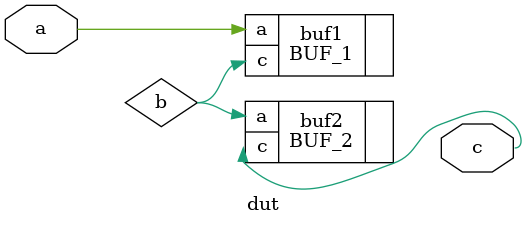
<source format=v>
module dut (a, c);
input a ; 
output  c;
wire b;
BUF_1 buf1 (.c(b), .a(a));
BUF_2 buf2 (.c(c), .a(b));
endmodule 

</source>
